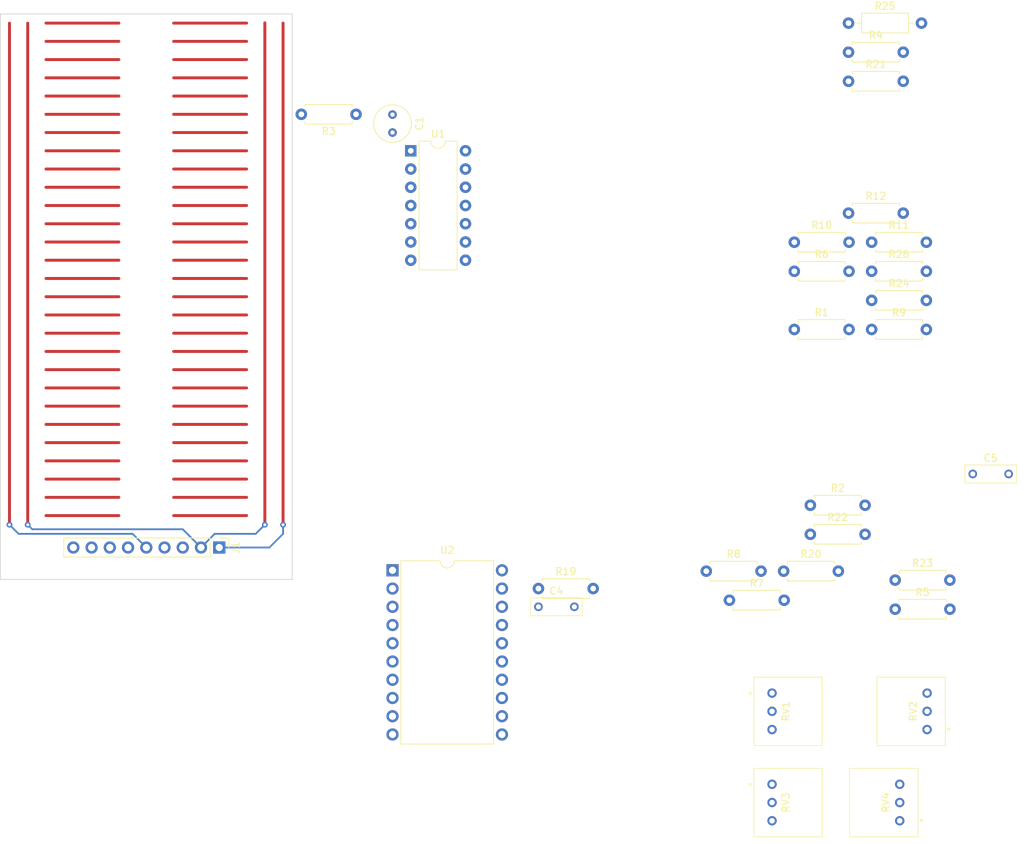
<source format=kicad_pcb>
(kicad_pcb (version 20211014) (generator pcbnew)
  (title_block (title "VCF Prototype - 2 Pole") (date "2022-04-08") (rev "1.0") (company "Len Popp") (comment 1 "Copyright © 2022 Len Popp CC BY") (comment 2 "2-pole lowpass VCF breadboard prototype"))
  (layers (0 "F.Cu" signal) (1 "In1.Cu" jumper "Wire1.Cu") (2 "In2.Cu" jumper "Wire2.Cu") (3 "In3.Cu" jumper "Wire3.Cu") (4 "In4.Cu" jumper "Wire4.Cu") (31 "B.Cu" signal) (34 "B.Paste" user) (35 "F.Paste" user) (36 "B.SilkS" user "B.Silkscreen") (37 "F.SilkS" user "F.Silkscreen") (38 "B.Mask" user) (39 "F.Mask" user) (44 "Edge.Cuts" user))
  (net 0 "")
  (net 1 "+12V")
  (net 2 "GND")
  (net 3 "-12V")
  (net 4 "Net-(C1-Pad2)")
  (net 5 "BUS-GATE")
  (net 6 "BUS-CV")
  (net 8 "IN-OUT-1")
  (net 9 "IN-OUT-2")
  (net 10 "Net-(C4-Pad1)")
  (net 11 "Net-(C5-Pad1)")
  (net 12 "unconnected-(J1-Pad2)")
  (net 13 "unconnected-(J1-Pad7)")
  (net 14 "Net-(R1-Pad1)")
  (net 15 "Net-(R1-Pad2)")
  (net 16 "Net-(R2-Pad1)")
  (net 17 "Net-(R4-Pad1)")
  (net 18 "Net-(R4-Pad2)")
  (net 19 "Net-(R11-Pad1)")
  (net 20 "Net-(R6-Pad2)")
  (net 21 "Net-(R7-Pad1)")
  (net 22 "Net-(R12-Pad1)")
  (net 23 "Net-(R8-Pad2)")
  (net 24 "Net-(R10-Pad1)")
  (net 25 "Net-(R11-Pad2)")
  (net 26 "Net-(R12-Pad2)")
  (net 27 "Net-(R20-Pad2)")
  (net 28 "Net-(R21-Pad1)")
  (net 29 "Net-(R22-Pad2)")
  (net 30 "Net-(R23-Pad2)")
  (net 31 "Net-(R26-Pad2)")
  (net 32 "Net-(RV4-Pad3)")
  (footprint "Connector_PinHeader_2.54mm:PinHeader_1x09_P2.54mm_Vertical" (layer "F.Cu") (at 113.03 98.425 -90)
    (fp_text reference "J1" (at 0 -2.33 90) (layer "F.SilkS"))
    (fp_text value "Conn_01x09")
    (fp_line (start -1.33 21.65) (end 1.33 21.65) (layer "F.SilkS") (width 0.12))
    (fp_line (start -1.33 1.27) (end -1.33 21.65) (layer "F.SilkS") (width 0.12))
    (fp_line (start 1.33 1.27) (end 1.33 21.65) (layer "F.SilkS") (width 0.12))
    (fp_line (start -1.33 -1.33) (end 0 -1.33) (layer "F.SilkS") (width 0.12))
    (fp_line (start -1.33 1.27) (end 1.33 1.27) (layer "F.SilkS") (width 0.12))
    (fp_line (start -1.33 0) (end -1.33 -1.33) (layer "F.SilkS") (width 0.12))
    (pad "1" thru_hole rect locked (at 0 0 270) (size 1.7 1.7) (drill 1) (layers *.Cu *.Mask) (net 3 "-12V"))
    (pad "2" thru_hole oval locked (at 0 2.54 270) (size 1.7 1.7) (drill 1) (layers *.Cu *.Mask) (net 12 "unconnected-(J1-Pad2)"))
    (pad "3" thru_hole oval locked (at 0 5.08 270) (size 1.7 1.7) (drill 1) (layers *.Cu *.Mask) (net 9 "IN-OUT-2"))
    (pad "4" thru_hole oval locked (at 0 7.62 270) (size 1.7 1.7) (drill 1) (layers *.Cu *.Mask) (net 8 "IN-OUT-1"))
    (pad "5" thru_hole oval locked (at 0 10.16 270) (size 1.7 1.7) (drill 1) (layers *.Cu *.Mask) (net 1 "+12V"))
    (pad "6" thru_hole oval locked (at 0 12.7 270) (size 1.7 1.7) (drill 1) (layers *.Cu *.Mask))
    (pad "7" thru_hole oval locked (at 0 15.24 270) (size 1.7 1.7) (drill 1) (layers *.Cu *.Mask) (net 13 "unconnected-(J1-Pad7)"))
    (pad "8" thru_hole oval locked (at 0 17.78 270) (size 1.7 1.7) (drill 1) (layers *.Cu *.Mask) (net 6 "BUS-CV"))
    (pad "9" thru_hole oval locked (at 0 20.32 270) (size 1.7 1.7) (drill 1) (layers *.Cu *.Mask) (net 5 "BUS-GATE"))
  )
  (footprint "-lmp-misc:R_Axial_DIN0207_L6.3mm_D2.5mm_P7.62mm_Horizontal" (layer "F.Cu") (at 207.156 107.013)
    (fp_text reference "R5" (at 3.81 -2.37) (layer "F.SilkS"))
    (fp_text value "100K")
    (fp_line (start 0.54 -1.04) (end 0.54 -1.37) (layer "F.SilkS") (width 0.12))
    (fp_line (start 0.54 -1.37) (end 7.08 -1.37) (layer "F.SilkS") (width 0.12))
    (fp_line (start 0.54 1.04) (end 0.54 1.37) (layer "F.SilkS") (width 0.12))
    (fp_line (start 7.08 1.37) (end 7.08 1.04) (layer "F.SilkS") (width 0.12))
    (fp_line (start 7.08 -1.37) (end 7.08 -1.04) (layer "F.SilkS") (width 0.12))
    (fp_line (start 0.54 1.37) (end 7.08 1.37) (layer "F.SilkS") (width 0.12))
    (pad "1" thru_hole circle locked (at 0 0) (size 1.6 1.6) (drill 0.8) (layers *.Cu *.Mask) (net 18 "Net-(R4-Pad2)"))
    (pad "2" thru_hole oval locked (at 7.62 0) (size 1.6 1.6) (drill 0.8) (layers *.Cu *.Mask) (net 19 "Net-(R11-Pad1)"))
  )
  (footprint "-lmp-misc:R_Axial_DIN0207_L6.3mm_D2.5mm_P7.62mm_Horizontal" (layer "F.Cu") (at 200.66 29.45)
    (fp_text reference "R4" (at 3.81 -2.37) (layer "F.SilkS"))
    (fp_text value "100K")
    (fp_line (start 7.08 -1.37) (end 7.08 -1.04) (layer "F.SilkS") (width 0.12))
    (fp_line (start 0.54 1.04) (end 0.54 1.37) (layer "F.SilkS") (width 0.12))
    (fp_line (start 7.08 1.37) (end 7.08 1.04) (layer "F.SilkS") (width 0.12))
    (fp_line (start 0.54 -1.04) (end 0.54 -1.37) (layer "F.SilkS") (width 0.12))
    (fp_line (start 0.54 -1.37) (end 7.08 -1.37) (layer "F.SilkS") (width 0.12))
    (fp_line (start 0.54 1.37) (end 7.08 1.37) (layer "F.SilkS") (width 0.12))
    (pad "1" thru_hole circle locked (at 0 0) (size 1.6 1.6) (drill 0.8) (layers *.Cu *.Mask) (net 17 "Net-(R4-Pad1)"))
    (pad "2" thru_hole oval locked (at 7.62 0) (size 1.6 1.6) (drill 0.8) (layers *.Cu *.Mask) (net 18 "Net-(R4-Pad2)"))
  )
  (footprint "-lmp-breakout:Breakout_DIP-20_W15.24mm" (layer "F.Cu") (at 137.16 101.6)
    (fp_text reference "U2" (at 7.62 -2.794) (layer "F.SilkS"))
    (fp_text value "SSI2140")
    (fp_line (start 6.62 -1.33) (end 1.16 -1.33) (layer "F.SilkS") (width 0.12))
    (fp_line (start 14.08 -1.33) (end 8.62 -1.33) (layer "F.SilkS") (width 0.12))
    (fp_line (start 14.08 24.19) (end 14.08 -1.33) (layer "F.SilkS") (width 0.12))
    (fp_line (start 1.16 24.19) (end 14.08 24.19) (layer "F.SilkS") (width 0.12))
    (fp_line (start 1.16 -1.33) (end 1.16 24.19) (layer "F.SilkS") (width 0.12))
    (fp_arc (start 8.62 -1.33) (mid 7.62 -0.33) (end 6.62 -1.33) (layer "F.SilkS") (width 0.12))
    (pad "1" thru_hole rect (at 0 0) (size 1.7 1.7) (drill 1) (layers *.Cu *.Mask))
    (pad "2" thru_hole circle (at 0 2.54) (size 1.7 1.7) (drill 1) (layers *.Cu *.Mask))
    (pad "3" thru_hole circle (at 0 5.08) (size 1.7 1.7) (drill 1) (layers *.Cu *.Mask))
    (pad "4" thru_hole circle (at 0 7.62) (size 1.7 1.7) (drill 1) (layers *.Cu *.Mask))
    (pad "5" thru_hole circle (at 0 10.16) (size 1.7 1.7) (drill 1) (layers *.Cu *.Mask))
    (pad "6" thru_hole circle (at 0 12.7) (size 1.7 1.7) (drill 1) (layers *.Cu *.Mask))
    (pad "7" thru_hole circle (at 0 15.24) (size 1.7 1.7) (drill 1) (layers *.Cu *.Mask) (net 32 "Net-(RV4-Pad3)"))
    (pad "8" thru_hole circle (at 0 17.78) (size 1.7 1.7) (drill 1) (layers *.Cu *.Mask) (net 32 "Net-(RV4-Pad3)"))
    (pad "9" thru_hole circle (at 0 20.32) (size 1.7 1.7) (drill 1) (layers *.Cu *.Mask) (net 26 "Net-(R12-Pad2)"))
    (pad "10" thru_hole circle (at 0 22.86) (size 1.7 1.7) (drill 1) (layers *.Cu *.Mask) (net 2 "GND"))
    (pad "11" thru_hole circle (at 15.24 22.86) (size 1.7 1.7) (drill 1) (layers *.Cu *.Mask) (net 3 "-12V"))
    (pad "12" thru_hole circle (at 15.24 20.32) (size 1.7 1.7) (drill 1) (layers *.Cu *.Mask) (net 25 "Net-(R11-Pad2)"))
    (pad "13" thru_hole circle (at 15.24 17.78) (size 1.7 1.7) (drill 1) (layers *.Cu *.Mask) (net 24 "Net-(R10-Pad1)"))
    (pad "14" thru_hole circle (at 15.24 15.24) (size 1.7 1.7) (drill 1) (layers *.Cu *.Mask) (net 31 "Net-(R26-Pad2)"))
    (pad "15" thru_hole circle (at 15.24 12.7) (size 1.7 1.7) (drill 1) (layers *.Cu *.Mask) (net 11 "Net-(C5-Pad1)"))
    (pad "16" thru_hole circle (at 15.24 10.16) (size 1.7 1.7) (drill 1) (layers *.Cu *.Mask) (net 29 "Net-(R22-Pad2)"))
    (pad "17" thru_hole circle (at 15.24 7.62) (size 1.7 1.7) (drill 1) (layers *.Cu *.Mask) (net 27 "Net-(R20-Pad2)"))
    (pad "18" thru_hole circle (at 15.24 5.08) (size 1.7 1.7) (drill 1) (layers *.Cu *.Mask) (net 10 "Net-(C4-Pad1)"))
    (pad "19" thru_hole circle (at 15.24 2.54) (size 1.7 1.7) (drill 1) (layers *.Cu *.Mask) (net 26 "Net-(R12-Pad2)"))
    (pad "20" thru_hole circle (at 15.24 0) (size 1.7 1.7) (drill 1) (layers *.Cu *.Mask) (net 1 "+12V"))
  )
  (footprint "-lmp-misc:R_Axial_DIN0207_L6.3mm_D2.5mm_P7.62mm_Horizontal" (layer "F.Cu") (at 203.88 68.06)
    (fp_text reference "R9" (at 3.81 -2.37) (layer "F.SilkS"))
    (fp_text value "16K")
    (fp_line (start 7.08 -1.37) (end 7.08 -1.04) (layer "F.SilkS") (width 0.12))
    (fp_line (start 0.54 -1.37) (end 7.08 -1.37) (layer "F.SilkS") (width 0.12))
    (fp_line (start 0.54 1.37) (end 7.08 1.37) (layer "F.SilkS") (width 0.12))
    (fp_line (start 0.54 -1.04) (end 0.54 -1.37) (layer "F.SilkS") (width 0.12))
    (fp_line (start 7.08 1.37) (end 7.08 1.04) (layer "F.SilkS") (width 0.12))
    (fp_line (start 0.54 1.04) (end 0.54 1.37) (layer "F.SilkS") (width 0.12))
    (pad "1" thru_hole circle locked (at 0 0) (size 1.6 1.6) (drill 0.8) (layers *.Cu *.Mask) (net 22 "Net-(R12-Pad1)"))
    (pad "2" thru_hole oval locked (at 7.62 0) (size 1.6 1.6) (drill 0.8) (layers *.Cu *.Mask) (net 24 "Net-(R10-Pad1)"))
  )
  (footprint "Package_DIP:DIP-14_W7.62mm" (layer "F.Cu") (at 139.7 43.18)
    (fp_text reference "U1" (at 3.81 -2.33) (layer "F.SilkS"))
    (fp_text value "TL074")
    (fp_line (start 1.16 16.57) (end 6.46 16.57) (layer "F.SilkS") (width 0.12))
    (fp_line (start 1.16 -1.33) (end 1.16 16.57) (layer "F.SilkS") (width 0.12))
    (fp_line (start 2.81 -1.33) (end 1.16 -1.33) (layer "F.SilkS") (width 0.12))
    (fp_line (start 6.46 16.57) (end 6.46 -1.33) (layer "F.SilkS") (width 0.12))
    (fp_line (start 6.46 -1.33) (end 4.81 -1.33) (layer "F.SilkS") (width 0.12))
    (fp_arc (start 4.81 -1.33) (mid 3.81 -0.33) (end 2.81 -1.33) (layer "F.SilkS") (width 0.12))
    (pad "1" thru_hole rect (at 0 0) (size 1.6 1.6) (drill 0.8) (layers *.Cu *.Mask) (net 21 "Net-(R7-Pad1)"))
    (pad "2" thru_hole oval (at 0 2.54) (size 1.6 1.6) (drill 0.8) (layers *.Cu *.Mask) (net 21 "Net-(R7-Pad1)"))
    (pad "3" thru_hole oval (at 0 5.08) (size 1.6 1.6) (drill 0.8) (layers *.Cu *.Mask) (net 4 "Net-(C1-Pad2)"))
    (pad "4" thru_hole oval (at 0 7.62) (size 1.6 1.6) (drill 0.8) (layers *.Cu *.Mask) (net 1 "+12V"))
    (pad "5" thru_hole oval (at 0 10.16) (size 1.6 1.6) (drill 0.8) (layers *.Cu *.Mask) (net 2 "GND"))
    (pad "6" thru_hole oval (at 0 12.7) (size 1.6 1.6) (drill 0.8) (layers *.Cu *.Mask) (net 18 "Net-(R4-Pad2)"))
    (pad "7" thru_hole oval (at 0 15.24) (size 1.6 1.6) (drill 0.8) (layers *.Cu *.Mask) (net 19 "Net-(R11-Pad1)"))
    (pad "8" thru_hole oval (at 7.62 15.24) (size 1.6 1.6) (drill 0.8) (layers *.Cu *.Mask) (net 20 "Net-(R6-Pad2)"))
    (pad "9" thru_hole oval (at 7.62 12.7) (size 1.6 1.6) (drill 0.8) (layers *.Cu *.Mask) (net 15 "Net-(R1-Pad2)"))
    (pad "10" thru_hole oval (at 7.62 10.16) (size 1.6 1.6) (drill 0.8) (layers *.Cu *.Mask) (net 2 "GND"))
    (pad "11" thru_hole oval (at 7.62 7.62) (size 1.6 1.6) (drill 0.8) (layers *.Cu *.Mask) (net 3 "-12V"))
    (pad "12" thru_hole oval (at 7.62 5.08) (size 1.6 1.6) (drill 0.8) (layers *.Cu *.Mask) (net 31 "Net-(R26-Pad2)"))
    (pad "13" thru_hole oval (at 7.62 2.54) (size 1.6 1.6) (drill 0.8) (layers *.Cu *.Mask) (net 28 "Net-(R21-Pad1)"))
    (pad "14" thru_hole oval (at 7.62 0) (size 1.6 1.6) (drill 0.8) (layers *.Cu *.Mask) (net 30 "Net-(R23-Pad2)"))
  )
  (footprint "-lmp-misc:R_Axial_DIN0207_L6.3mm_D2.5mm_P10.16mm_Horizontal" (layer "F.Cu") (at 200.66 25.4)
    (fp_text reference "R25" (at 5.08 -2.37) (layer "F.SilkS"))
    (fp_text value "1K")
    (fp_line (start 8.35 1.37) (end 8.35 -1.37) (layer "F.SilkS") (width 0.12))
    (fp_line (start 8.35 -1.37) (end 1.81 -1.37) (layer "F.SilkS") (width 0.12))
    (fp_line (start 1.81 -1.37) (end 1.81 1.37) (layer "F.SilkS") (width 0.12))
    (fp_line (start 9.12 0) (end 8.35 0) (layer "F.SilkS") (width 0.12))
    (fp_line (start 1.04 0) (end 1.81 0) (layer "F.SilkS") (width 0.12))
    (fp_line (start 1.81 1.37) (end 8.35 1.37) (layer "F.SilkS") (width 0.12))
    (pad "1" thru_hole circle locked (at 0 0) (size 1.6 1.6) (drill 0.8) (layers *.Cu *.Mask) (net 30 "Net-(R23-Pad2)"))
    (pad "2" thru_hole oval locked (at 10.16 0) (size 1.6 1.6) (drill 0.8) (layers *.Cu *.Mask) (net 9 "IN-OUT-2"))
  )
  (footprint "-lmp-misc:R_Axial_DIN0207_L6.3mm_D2.5mm_P7.62mm_Horizontal" (layer "F.Cu") (at 180.855 101.715)
    (fp_text reference "R8" (at 3.81 -2.37) (layer "F.SilkS"))
    (fp_text value "49K9")
    (fp_line (start 7.08 -1.37) (end 7.08 -1.04) (layer "F.SilkS") (width 0.12))
    (fp_line (start 0.54 -1.37) (end 7.08 -1.37) (layer "F.SilkS") (width 0.12))
    (fp_line (start 0.54 1.04) (end 0.54 1.37) (layer "F.SilkS") (width 0.12))
    (fp_line (start 0.54 1.37) (end 7.08 1.37) (layer "F.SilkS") (width 0.12))
    (fp_line (start 7.08 1.37) (end 7.08 1.04) (layer "F.SilkS") (width 0.12))
    (fp_line (start 0.54 -1.04) (end 0.54 -1.37) (layer "F.SilkS") (width 0.12))
    (pad "1" thru_hole circle locked (at 0 0) (size 1.6 1.6) (drill 0.8) (layers *.Cu *.Mask) (net 20 "Net-(R6-Pad2)"))
    (pad "2" thru_hole oval locked (at 7.62 0) (size 1.6 1.6) (drill 0.8) (layers *.Cu *.Mask) (net 23 "Net-(R8-Pad2)"))
  )
  (footprint "-lmp-misc:R_Axial_DIN0207_L6.3mm_D2.5mm_P7.62mm_Horizontal" (layer "F.Cu") (at 195.345 92.535)
    (fp_text reference "R2" (at 3.81 -2.37) (layer "F.SilkS"))
    (fp_text value "150K")
    (fp_line (start 0.54 -1.04) (end 0.54 -1.37) (layer "F.SilkS") (width 0.12))
    (fp_line (start 0.54 1.37) (end 7.08 1.37) (layer "F.SilkS") (width 0.12))
    (fp_line (start 0.54 -1.37) (end 7.08 -1.37) (layer "F.SilkS") (width 0.12))
    (fp_line (start 7.08 -1.37) (end 7.08 -1.04) (layer "F.SilkS") (width 0.12))
    (fp_line (start 7.08 1.37) (end 7.08 1.04) (layer "F.SilkS") (width 0.12))
    (fp_line (start 0.54 1.04) (end 0.54 1.37) (layer "F.SilkS") (width 0.12))
    (pad "1" thru_hole circle locked (at 0 0) (size 1.6 1.6) (drill 0.8) (layers *.Cu *.Mask) (net 16 "Net-(R2-Pad1)"))
    (pad "2" thru_hole oval locked (at 7.62 0) (size 1.6 1.6) (drill 0.8) (layers *.Cu *.Mask) (net 15 "Net-(R1-Pad2)"))
  )
  (footprint "-lmp-misc:Potentiometer_Bourns_3310R_Top" (layer "F.Cu") (at 191.936 133.937 90)
    (fp_text reference "RV3" (at 0 0 90) (layer "F.SilkS"))
    (fp_text value "100K" hide)
    (fp_line (start -4.765 -4.465) (end 4.765 -4.465) (layer "F.SilkS") (width 0.1))
    (fp_line (start 4.765 5.065) (end -4.765 5.065) (layer "F.SilkS") (width 0.1))
    (fp_line (start 4.765 -4.465) (end 4.765 5.065) (layer "F.SilkS") (width 0.1))
    (fp_line (start 2.6 -4.965) (end 2.6 -4.965) (layer "F.SilkS") (width 0.2))
    (fp_line (start 2.4 -4.965) (end 2.4 -4.965) (layer "F.SilkS") (width 0.2))
    (fp_line (start -4.765 5.065) (end -4.765 -4.465) (layer "F.SilkS") (width 0.1))
    (fp_arc (start 2.6 -4.965) (mid 2.5 -4.865) (end 2.4 -4.965) (layer "F.SilkS") (width 0.2))
    (fp_arc (start 2.4 -4.965) (mid 2.5 -5.065) (end 2.6 -4.965) (layer "F.SilkS") (width 0.2))
    (pad "1" thru_hole circle (at 2.54 -1.925 90) (size 1.302857 1.302857) (drill 0.76) (layers *.Cu *.Mask) (net 2 "GND"))
    (pad "2" thru_hole circle (at 0 -1.925 90) (size 1.302857 1.302857) (drill 0.76) (layers *.Cu *.Mask) (net 17 "Net-(R4-Pad1)"))
    (pad "3" thru_hole circle (at -2.54 -1.925 90) (size 1.302857 1.302857) (drill 0.76) (layers *.Cu *.Mask) (net 1 "+12V"))
  )
  (footprint "-lmp-misc:R_Axial_DIN0207_L6.3mm_D2.5mm_P7.62mm_Horizontal" (layer "F.Cu") (at 207.156 102.963)
    (fp_text reference "R23" (at 3.81 -2.37) (layer "F.SilkS"))
    (fp_text value "30K")
    (fp_line (start 7.08 1.37) (end 7.08 1.04) (layer "F.SilkS") (width 0.12))
    (fp_line (start 0.54 -1.37) (end 7.08 -1.37) (layer "F.SilkS") (width 0.12))
    (fp_line (start 0.54 1.04) (end 0.54 1.37) (layer "F.SilkS") (width 0.12))
    (fp_line (start 7.08 -1.37) (end 7.08 -1.04) (layer "F.SilkS") (width 0.12))
    (fp_line (start 0.54 -1.04) (end 0.54 -1.37) (layer "F.SilkS") (width 0.12))
    (fp_line (start 0.54 1.37) (end 7.08 1.37) (layer "F.SilkS") (width 0.12))
    (pad "1" thru_hole circle locked (at 0 0) (size 1.6 1.6) (drill 0.8) (layers *.Cu *.Mask) (net 28 "Net-(R21-Pad1)"))
    (pad "2" thru_hole oval locked (at 7.62 0) (size 1.6 1.6) (drill 0.8) (layers *.Cu *.Mask) (net 30 "Net-(R23-Pad2)"))
  )
  (footprint "-lmp-misc:R_Axial_DIN0207_L6.3mm_D2.5mm_P7.62mm_Horizontal" (layer "F.Cu") (at 203.88 55.91)
    (fp_text reference "R11" (at 3.81 -2.37) (layer "F.SilkS"))
    (fp_text value "20K")
    (fp_line (start 7.08 1.37) (end 7.08 1.04) (layer "F.SilkS") (width 0.12))
    (fp_line (start 0.54 1.37) (end 7.08 1.37) (layer "F.SilkS") (width 0.12))
    (fp_line (start 0.54 1.04) (end 0.54 1.37) (layer "F.SilkS") (width 0.12))
    (fp_line (start 0.54 -1.04) (end 0.54 -1.37) (layer "F.SilkS") (width 0.12))
    (fp_line (start 7.08 -1.37) (end 7.08 -1.04) (layer "F.SilkS") (width 0.12))
    (fp_line (start 0.54 -1.37) (end 7.08 -1.37) (layer "F.SilkS") (width 0.12))
    (pad "1" thru_hole circle locked (at 0 0) (size 1.6 1.6) (drill 0.8) (layers *.Cu *.Mask) (net 19 "Net-(R11-Pad1)"))
    (pad "2" thru_hole oval locked (at 7.62 0) (size 1.6 1.6) (drill 0.8) (layers *.Cu *.Mask) (net 25 "Net-(R11-Pad2)"))
  )
  (footprint "-lmp-misc:R_Axial_DIN0207_L6.3mm_D2.5mm_P7.62mm_Horizontal" (layer "F.Cu") (at 193.11 59.96)
    (fp_text reference "R6" (at 3.81 -2.37) (layer "F.SilkS"))
    (fp_text value "100K")
    (fp_line (start 0.54 -1.37) (end 7.08 -1.37) (layer "F.SilkS") (width 0.12))
    (fp_line (start 0.54 1.37) (end 7.08 1.37) (layer "F.SilkS") (width 0.12))
    (fp_line (start 7.08 1.37) (end 7.08 1.04) (layer "F.SilkS") (width 0.12))
    (fp_line (start 0.54 -1.04) (end 0.54 -1.37) (layer "F.SilkS") (width 0.12))
    (fp_line (start 7.08 -1.37) (end 7.08 -1.04) (layer "F.SilkS") (width 0.12))
    (fp_line (start 0.54 1.04) (end 0.54 1.37) (layer "F.SilkS") (width 0.12))
    (pad "1" thru_hole circle locked (at 0 0) (size 1.6 1.6) (drill 0.8) (layers *.Cu *.Mask) (net 15 "Net-(R1-Pad2)"))
    (pad "2" thru_hole oval locked (at 7.62 0) (size 1.6 1.6) (drill 0.8) (layers *.Cu *.Mask) (net 20 "Net-(R6-Pad2)"))
  )
  (footprint "-lmp-misc:C_Rect_Kemet_L7.2mm_W2.5mm_P5mm" (layer "F.Cu") (at 157.48 106.68)
    (fp_text reference "C4" (at 2.5 -2.2) (layer "F.SilkS"))
    (fp_text value "1N" hide)
    (fp_line (start 6.1 -1.25) (end 6.1 1.25) (layer "F.SilkS") (width 0.1))
    (fp_line (start -1.1 1.25) (end -1.1 -1.25) (layer "F.SilkS") (width 0.1))
    (fp_line (start -1.1 -1.25) (end 6.1 -1.25) (layer "F.SilkS") (width 0.1))
    (fp_line (start 6.1 1.25) (end -1.1 1.25) (layer "F.SilkS") (width 0.1))
    (pad "1" thru_hole circle locked (at 0 0) (size 1.2 1.2) (drill 0.7) (layers *.Cu *.Mask) (net 10 "Net-(C4-Pad1)"))
    (pad "2" thru_hole circle locked (at 5 0) (size 1.2 1.2) (drill 0.7) (layers *.Cu *.Mask) (net 2 "GND"))
  )
  (footprint "-lmp-misc:R_Axial_DIN0207_L6.3mm_D2.5mm_P7.62mm_Horizontal" (layer "F.Cu") (at 195.345 96.585)
    (fp_text reference "R22" (at 3.81 -2.37) (layer "F.SilkS"))
    (fp_text value "10K")
    (fp_line (start 0.54 -1.37) (end 7.08 -1.37) (layer "F.SilkS") (width 0.12))
    (fp_line (start 0.54 1.04) (end 0.54 1.37) (layer "F.SilkS") (width 0.12))
    (fp_line (start 7.08 -1.37) (end 7.08 -1.04) (layer "F.SilkS") (width 0.12))
    (fp_line (start 7.08 1.37) (end 7.08 1.04) (layer "F.SilkS") (width 0.12))
    (fp_line (start 0.54 -1.04) (end 0.54 -1.37) (layer "F.SilkS") (width 0.12))
    (fp_line (start 0.54 1.37) (end 7.08 1.37) (layer "F.SilkS") (width 0.12))
    (pad "1" thru_hole circle locked (at 0 0) (size 1.6 1.6) (drill 0.8) (layers *.Cu *.Mask) (net 27 "Net-(R20-Pad2)"))
    (pad "2" thru_hole oval locked (at 7.62 0) (size 1.6 1.6) (drill 0.8) (layers *.Cu *.Mask) (net 29 "Net-(R22-Pad2)"))
  )
  (footprint "-lmp-misc:Potentiometer_Bourns_3310R_Top" (layer "F.Cu") (at 205.866 133.937 -90)
    (fp_text reference "RV4" (at 0 0 90) (layer "F.SilkS"))
    (fp_text value "10K" hide)
    (fp_line (start -4.765 -4.465) (end 4.765 -4.465) (layer "F.SilkS") (width 0.1))
    (fp_line (start 4.765 5.065) (end -4.765 5.065) (layer "F.SilkS") (width 0.1))
    (fp_line (start 2.4 -4.965) (end 2.4 -4.965) (layer "F.SilkS") (width 0.2))
    (fp_line (start -4.765 5.065) (end -4.765 -4.465) (layer "F.SilkS") (width 0.1))
    (fp_line (start 2.6 -4.965) (end 2.6 -4.965) (layer "F.SilkS") (width 0.2))
    (fp_line (start 4.765 -4.465) (end 4.765 5.065) (layer "F.SilkS") (width 0.1))
    (fp_arc (start 2.4 -4.965) (mid 2.5 -5.065) (end 2.6 -4.965) (layer "F.SilkS") (width 0.2))
    (fp_arc (start 2.6 -4.965) (mid 2.5 -4.865) (end 2.4 -4.965) (layer "F.SilkS") (width 0.2))
    (pad "1" thru_hole circle (at 2.54 -1.925 270) (size 1.302857 1.302857) (drill 0.76) (layers *.Cu *.Mask) (net 23 "Net-(R8-Pad2)"))
    (pad "2" thru_hole circle (at 0 -1.925 270) (size 1.302857 1.302857) (drill 0.76) (layers *.Cu *.Mask) (net 23 "Net-(R8-Pad2)"))
    (pad "3" thru_hole circle (at -2.54 -1.925 270) (size 1.302857 1.302857) (drill 0.76) (layers *.Cu *.Mask) (net 32 "Net-(RV4-Pad3)"))
  )
  (footprint "-lmp-misc:R_Axial_DIN0207_L6.3mm_D2.5mm_P7.62mm_Horizontal" (layer "F.Cu") (at 203.88 64.01)
    (fp_text reference "R24" (at 3.81 -2.37) (layer "F.SilkS"))
    (fp_text value "200R")
    (fp_line (start 0.54 1.37) (end 7.08 1.37) (layer "F.SilkS") (width 0.12))
    (fp_line (start 0.54 1.04) (end 0.54 1.37) (layer "F.SilkS") (width 0.12))
    (fp_line (start 7.08 -1.37) (end 7.08 -1.04) (layer "F.SilkS") (width 0.12))
    (fp_line (start 7.08 1.37) (end 7.08 1.04) (layer "F.SilkS") (width 0.12))
    (fp_line (start 0.54 -1.04) (end 0.54 -1.37) (layer "F.SilkS") (width 0.12))
    (fp_line (start 0.54 -1.37) (end 7.08 -1.37) (layer "F.SilkS") (width 0.12))
    (pad "1" thru_hole circle locked (at 0 0) (size 1.6 1.6) (drill 0.8) (layers *.Cu *.Mask) (net 29 "Net-(R22-Pad2)"))
    (pad "2" thru_hole oval locked (at 7.62 0) (size 1.6 1.6) (drill 0.8) (layers *.Cu *.Mask) (net 2 "GND"))
  )
  (footprint "-lmp-misc:Potentiometer_Bourns_3310R_Top" (layer "F.Cu") (at 191.936 121.237 90)
    (fp_text reference "RV1" (at 0 0 90) (layer "F.SilkS"))
    (fp_text value "100K" hide)
    (fp_line (start 2.6 -4.965) (end 2.6 -4.965) (layer "F.SilkS") (width 0.2))
    (fp_line (start -4.765 -4.465) (end 4.765 -4.465) (layer "F.SilkS") (width 0.1))
    (fp_line (start 4.765 5.065) (end -4.765 5.065) (layer "F.SilkS") (width 0.1))
    (fp_line (start -4.765 5.065) (end -4.765 -4.465) (layer "F.SilkS") (width 0.1))
    (fp_line (start 2.4 -4.965) (end 2.4 -4.965) (layer "F.SilkS") (width 0.2))
    (fp_line (start 4.765 -4.465) (end 4.765 5.065) (layer "F.SilkS") (width 0.1))
    (fp_arc (start 2.4 -4.965) (mid 2.5 -5.065) (end 2.6 -4.965) (layer "F.SilkS") (width 0.2))
    (fp_arc (start 2.6 -4.965) (mid 2.5 -4.865) (end 2.4 -4.965) (layer "F.SilkS") (width 0.2))
    (pad "1" thru_hole circle (at 2.54 -1.925 90) (size 1.302857 1.302857) (drill 0.76) (layers *.Cu *.Mask) (net 2 "GND"))
    (pad "2" thru_hole circle (at 0 -1.925 90) (size 1.302857 1.302857) (drill 0.76) (layers *.Cu *.Mask) (net 14 "Net-(R1-Pad1)"))
    (pad "3" thru_hole circle (at -2.54 -1.925 90) (size 1.302857 1.302857) (drill 0.76) (layers *.Cu *.Mask) (net 1 "+12V"))
  )
  (footprint "-lmp-misc:R_Axial_DIN0207_L6.3mm_D2.5mm_P7.62mm_Horizontal" (layer "F.Cu") (at 191.625 101.715)
    (fp_text reference "R20" (at 3.81 -2.37) (layer "F.SilkS"))
    (fp_text value "10K")
    (fp_line (start 0.54 1.37) (end 7.08 1.37) (layer "F.SilkS") (width 0.12))
    (fp_line (start 7.08 1.37) (end 7.08 1.04) (layer "F.SilkS") (width 0.12))
    (fp_line (start 0.54 1.04) (end 0.54 1.37) (layer "F.SilkS") (width 0.12))
    (fp_line (start 7.08 -1.37) (end 7.08 -1.04) (layer "F.SilkS") (width 0.12))
    (fp_line (start 0.54 -1.04) (end 0.54 -1.37) (layer "F.SilkS") (width 0.12))
    (fp_line (start 0.54 -1.37) (end 7.08 -1.37) (layer "F.SilkS") (width 0.12))
    (pad "1" thru_hole circle locked (at 0 0) (size 1.6 1.6) (drill 0.8) (layers *.Cu *.Mask) (net 26 "Net-(R12-Pad2)"))
    (pad "2" thru_hole oval locked (at 7.62 0) (size 1.6 1.6) (drill 0.8) (layers *.Cu *.Mask) (net 27 "Net-(R20-Pad2)"))
  )
  (footprint "-lmp-misc:C_Rect_Kemet_L7.2mm_W2.5mm_P5mm" (layer "F.Cu") (at 217.96 88.18)
    (fp_text reference "C5" (at 2.5 -2.2) (layer "F.SilkS"))
    (fp_text value "1N" hide)
    (fp_line (start 6.1 -1.25) (end 6.1 1.25) (layer "F.SilkS") (width 0.1))
    (fp_line (start -1.1 1.25) (end -1.1 -1.25) (layer "F.SilkS") (width 0.1))
    (fp_line (start 6.1 1.25) (end -1.1 1.25) (layer "F.SilkS") (width 0.1))
    (fp_line (start -1.1 -1.25) (end 6.1 -1.25) (layer "F.SilkS") (width 0.1))
    (pad "1" thru_hole circle locked (at 0 0) (size 1.2 1.2) (drill 0.7) (layers *.Cu *.Mask) (net 11 "Net-(C5-Pad1)"))
    (pad "2" thru_hole circle locked (at 5 0) (size 1.2 1.2) (drill 0.7) (layers *.Cu *.Mask) (net 2 "GND"))
  )
  (footprint "-lmp-misc:R_Axial_DIN0207_L6.3mm_D2.5mm_P7.62mm_Horizontal" (layer "F.Cu") (at 193.11 55.91)
    (fp_text reference "R10" (at 3.81 -2.37) (layer "F.SilkS"))
    (fp_text value "1K")
    (fp_line (start 0.54 1.04) (end 0.54 1.37) (layer "F.SilkS") (width 0.12))
    (fp_line (start 7.08 1.37) (end 7.08 1.04) (layer "F.SilkS") (width 0.12))
    (fp_line (start 0.54 1.37) (end 7.08 1.37) (layer "F.SilkS") (width 0.12))
    (fp_line (start 0.54 -1.04) (end 0.54 -1.37) (layer "F.SilkS") (width 0.12))
    (fp_line (start 0.54 -1.37) (end 7.08 -1.37) (layer "F.SilkS") (width 0.12))
    (fp_line (start 7.08 -1.37) (end 7.08 -1.04) (layer "F.SilkS") (width 0.12))
    (pad "1" thru_hole circle locked (at 0 0) (size 1.6 1.6) (drill 0.8) (layers *.Cu *.Mask) (net 24 "Net-(R10-Pad1)"))
    (pad "2" thru_hole oval locked (at 7.62 0) (size 1.6 1.6) (drill 0.8) (layers *.Cu *.Mask) (net 2 "GND"))
  )
  (footprint "-lmp-misc:R_Axial_DIN0207_L6.3mm_D2.5mm_P7.62mm_Horizontal" (layer "F.Cu") (at 157.48 104.14)
    (fp_text reference "R19" (at 3.81 -2.37) (layer "F.SilkS"))
    (fp_text value "200R")
    (fp_line (start 7.08 -1.37) (end 7.08 -1.04) (layer "F.SilkS") (width 0.12))
    (fp_line (start 0.54 1.37) (end 7.08 1.37) (layer "F.SilkS") (width 0.12))
    (fp_line (start 0.54 -1.04) (end 0.54 -1.37) (layer "F.SilkS") (width 0.12))
    (fp_line (start 7.08 1.37) (end 7.08 1.04) (layer "F.SilkS") (width 0.12))
    (fp_line (start 0.54 -1.37) (end 7.08 -1.37) (layer "F.SilkS") (width 0.12))
    (fp_line (start 0.54 1.04) (end 0.54 1.37) (layer "F.SilkS") (width 0.12))
    (pad "1" thru_hole circle locked (at 0 0) (size 1.6 1.6) (drill 0.8) (layers *.Cu *.Mask) (net 26 "Net-(R12-Pad2)"))
    (pad "2" thru_hole oval locked (at 7.62 0) (size 1.6 1.6) (drill 0.8) (layers *.Cu *.Mask) (net 2 "GND"))
  )
  (footprint "-lmp-misc:Potentiometer_Bourns_3310R_Top" (layer "F.Cu") (at 209.676 121.237 -90)
    (fp_text reference "RV2" (at 0 0 90) (layer "F.SilkS"))
    (fp_text value "10K" hide)
    (fp_line (start -4.765 -4.465) (end 4.765 -4.465) (layer "F.SilkS") (width 0.1))
    (fp_line (start 4.765 -4.465) (end 4.765 5.065) (layer "F.SilkS") (width 0.1))
    (fp_line (start 2.6 -4.965) (end 2.6 -4.965) (layer "F.SilkS") (width 0.2))
    (fp_line (start 2.4 -4.965) (end 2.4 -4.965) (layer "F.SilkS") (width 0.2))
    (fp_line (start -4.765 5.065) (end -4.765 -4.465) (layer "F.SilkS") (width 0.1))
    (fp_line (start 4.765 5.065) (end -4.765 5.065) (layer "F.SilkS") (width 0.1))
    (fp_arc (start 2.4 -4.965) (mid 2.5 -5.065) (end 2.6 -4.965) (layer "F.SilkS") (width 0.2))
    (fp_arc (start 2.6 -4.965) (mid 2.5 -4.865) (end 2.4 -4.965) (layer "F.SilkS") (width 0.2))
    (pad "1" thru_hole circle (at 2.54 -1.925 270) (size 1.302857 1.302857) (drill 0.76) (layers *.Cu *.Mask) (net 3 "-12V"))
    (pad "2" thru_hole circle (at 0 -1.925 270) (size 1.302857 1.302857) (drill 0.76) (layers *.Cu *.Mask) (net 3 "-12V"))
    (pad "3" thru_hole circle (at -2.54 -1.925 270) (size 1.302857 1.302857) (drill 0.76) (layers *.Cu *.Mask) (net 16 "Net-(R2-Pad1)"))
  )
  (footprint "-lmp-misc:R_Axial_DIN0207_L6.3mm_D2.5mm_P7.62mm_Horizontal" (layer "F.Cu") (at 200.66 51.86)
    (fp_text reference "R12" (at 3.81 -2.37) (layer "F.SilkS"))
    (fp_text value "10K")
    (fp_line (start 0.54 -1.37) (end 7.08 -1.37) (layer "F.SilkS") (width 0.12))
    (fp_line (start 0.54 1.37) (end 7.08 1.37) (layer "F.SilkS") (width 0.12))
    (fp_line (start 7.08 -1.37) (end 7.08 -1.04) (layer "F.SilkS") (width 0.12))
    (fp_line (start 7.08 1.37) (end 7.08 1.04) (layer "F.SilkS") (width 0.12))
    (fp_line (start 0.54 1.04) (end 0.54 1.37) (layer "F.SilkS") (width 0.12))
    (fp_line (start 0.54 -1.04) (end 0.54 -1.37) (layer "F.SilkS") (width 0.12))
    (pad "1" thru_hole circle locked (at 0 0) (size 1.6 1.6) (drill 0.8) (layers *.Cu *.Mask) (net 22 "Net-(R12-Pad1)"))
    (pad "2" thru_hole oval locked (at 7.62 0) (size 1.6 1.6) (drill 0.8) (layers *.Cu *.Mask) (net 26 "Net-(R12-Pad2)"))
  )
  (footprint "-lmp-misc:R_Axial_DIN0207_L6.3mm_D2.5mm_P7.62mm_Horizontal" (layer "F.Cu") (at 184.075 105.765)
    (fp_text reference "R7" (at 3.81 -2.37) (layer "F.SilkS"))
    (fp_text value "24K")
    (fp_line (start 0.54 -1.04) (end 0.54 -1.37) (layer "F.SilkS") (width 0.12))
    (fp_line (start 7.08 1.37) (end 7.08 1.04) (layer "F.SilkS") (width 0.12))
    (fp_line (start 7.08 -1.37) (end 7.08 -1.04) (layer "F.SilkS") (width 0.12))
    (fp_line (start 0.54 1.37) (end 7.08 1.37) (layer "F.SilkS") (width 0.12))
    (fp_line (start 0.54 1.04) (end 0.54 1.37) (layer "F.SilkS") (width 0.12))
    (fp_line (start 0.54 -1.37) (end 7.08 -1.37) (layer "F.SilkS") (width 0.12))
    (pad "1" thru_hole circle locked (at 0 0) (size 1.6 1.6) (drill 0.8) (layers *.Cu *.Mask) (net 21 "Net-(R7-Pad1)"))
    (pad "2" thru_hole oval locked (at 7.62 0) (size 1.6 1.6) (drill 0.8) (layers *.Cu *.Mask) (net 22 "Net-(R12-Pad1)"))
  )
  (footprint "-lmp-misc:R_Axial_DIN0207_L6.3mm_D2.5mm_P7.62mm_Horizontal" (layer "F.Cu") (at 200.66 33.5)
    (fp_text reference "R21" (at 3.81 -2.37) (layer "F.SilkS"))
    (fp_text value "120K")
    (fp_line (start 0.54 1.04) (end 0.54 1.37) (layer "F.SilkS") (width 0.12))
    (fp_line (start 7.08 1.37) (end 7.08 1.04) (layer "F.SilkS") (width 0.12))
    (fp_line (start 0.54 -1.37) (end 7.08 -1.37) (layer "F.SilkS") (width 0.12))
    (fp_line (start 0.54 -1.04) (end 0.54 -1.37) (layer "F.SilkS") (width 0.12))
    (fp_line (start 0.54 1.37) (end 7.08 1.37) (layer "F.SilkS") (width 0.12))
    (fp_line (start 7.08 -1.37) (end 7.08 -1.04) (layer "F.SilkS") (width 0.12))
    (pad "1" thru_hole circle locked (at 0 0) (size 1.6 1.6) (drill 0.8) (layers *.Cu *.Mask) (net 28 "Net-(R21-Pad1)"))
    (pad "2" thru_hole oval locked (at 7.62 0) (size 1.6 1.6) (drill 0.8) (layers *.Cu *.Mask) (net 2 "GND"))
  )
  (footprint "-lmp-misc:C_Radial_D5.0mm_H5.0mm_P2.50mm" (layer "F.Cu") (at 137.16 38.14 -90)
    (fp_text reference "C1" (at 1.25 -3.75 90) (layer "F.SilkS"))
    (fp_text value "CNP_10U")
    (fp_circle (center 1.25 0) (end 3.87 0) (layer "F.SilkS") (width 0.12) (fill none))
    (pad "1" thru_hole circle locked (at 0 0 270) (size 1.2 1.2) (drill 0.6) (layers *.Cu *.Mask) (net 8 "IN-OUT-1"))
    (pad "2" thru_hole circle locked (at 2.5 0 270) (size 1.2 1.2) (drill 0.6) (layers *.Cu *.Mask) (net 4 "Net-(C1-Pad2)"))
  )
  (footprint "-lmp-misc:R_Axial_DIN0207_L6.3mm_D2.5mm_P7.62mm_Horizontal" (layer "F.Cu") (at 203.88 59.96)
    (fp_text reference "R26" (at 3.81 -2.37) (layer "F.SilkS"))
    (fp_text value "10K")
    (fp_line (start 7.08 1.37) (end 7.08 1.04) (layer "F.SilkS") (width 0.12))
    (fp_line (start 0.54 1.04) (end 0.54 1.37) (layer "F.SilkS") (width 0.12))
    (fp_line (start 0.54 -1.37) (end 7.08 -1.37) (layer "F.SilkS") (width 0.12))
    (fp_line (start 0.54 -1.04) (end 0.54 -1.37) (layer "F.SilkS") (width 0.12))
    (fp_line (start 7.08 -1.37) (end 7.08 -1.04) (layer "F.SilkS") (width 0.12))
    (fp_line (start 0.54 1.37) (end 7.08 1.37) (layer "F.SilkS") (width 0.12))
    (pad "1" thru_hole circle locked (at 0 0) (size 1.6 1.6) (drill 0.8) (layers *.Cu *.Mask) (net 29 "Net-(R22-Pad2)"))
    (pad "2" thru_hole oval locked (at 7.62 0) (size 1.6 1.6) (drill 0.8) (layers *.Cu *.Mask) (net 31 "Net-(R26-Pad2)"))
  )
  (footprint "-lmp-misc:R_Axial_DIN0207_L6.3mm_D2.5mm_P7.62mm_Horizontal" (layer "F.Cu") (at 193.11 68.06)
    (fp_text reference "R1" (at 3.81 -2.37) (layer "F.SilkS"))
    (fp_text value "120K")
    (fp_line (start 0.54 1.04) (end 0.54 1.37) (layer "F.SilkS") (width 0.12))
    (fp_line (start 7.08 1.37) (end 7.08 1.04) (layer "F.SilkS") (width 0.12))
    (fp_line (start 0.54 -1.04) (end 0.54 -1.37) (layer "F.SilkS") (width 0.12))
    (fp_line (start 0.54 1.37) (end 7.08 1.37) (layer "F.SilkS") (width 0.12))
    (fp_line (start 0.54 -1.37) (end 7.08 -1.37) (layer "F.SilkS") (width 0.12))
    (fp_line (start 7.08 -1.37) (end 7.08 -1.04) (layer "F.SilkS") (width 0.12))
    (pad "1" thru_hole circle locked (at 0 0) (size 1.6 1.6) (drill 0.8) (layers *.Cu *.Mask) (net 14 "Net-(R1-Pad1)"))
    (pad "2" thru_hole oval locked (at 7.62 0) (size 1.6 1.6) (drill 0.8) (layers *.Cu *.Mask) (net 15 "Net-(R1-Pad2)"))
  )
  (footprint "-lmp-misc:R_Axial_DIN0207_L6.3mm_D2.5mm_P7.62mm_Horizontal" (layer "F.Cu") (at 132.08 38.1 180)
    (fp_text reference "R3" (at 3.81 -2.37) (layer "F.SilkS"))
    (fp_text value "1M")
    (fp_line (start 0.54 1.37) (end 7.08 1.37) (layer "F.SilkS") (width 0.12))
    (fp_line (start 0.54 -1.04) (end 0.54 -1.37) (layer "F.SilkS") (width 0.12))
    (fp_line (start 0.54 1.04) (end 0.54 1.37) (layer "F.SilkS") (width 0.12))
    (fp_line (start 7.08 -1.37) (end 7.08 -1.04) (layer "F.SilkS") (width 0.12))
    (fp_line (start 7.08 1.37) (end 7.08 1.04) (layer "F.SilkS") (width 0.12))
    (fp_line (start 0.54 -1.37) (end 7.08 -1.37) (layer "F.SilkS") (width 0.12))
    (pad "1" thru_hole circle locked (at 0 0 180) (size 1.6 1.6) (drill 0.8) (layers *.Cu *.Mask) (net 8 "IN-OUT-1"))
    (pad "2" thru_hole oval locked (at 7.62 0 180) (size 1.6 1.6) (drill 0.8) (layers *.Cu *.Mask) (net 2 "GND"))
  )
  (gr_line (start 123.19 102.87) (end 82.55 102.87) (layer "Edge.Cuts") (width 0.1))
  (gr_line (start 123.19 24.13) (end 123.19 102.87) (layer "Edge.Cuts") (width 0.1))
  (gr_line (start 82.55 102.87) (end 82.55 24.13) (layer "Edge.Cuts") (width 0.1))
  (gr_line (start 82.55 24.13) (end 123.19 24.13) (layer "Edge.Cuts") (width 0.1))
  (segment (start 99.06 38.1) (end 88.9 38.1) (width 0.4064) (layer "F.Cu") (net 0))
  (segment (start 99.06 78.74) (end 88.9 78.74) (width 0.4064) (layer "F.Cu") (net 0))
  (segment (start 99.06 58.42) (end 88.9 58.42) (width 0.4064) (layer "F.Cu") (net 0))
  (segment (start 99.06 48.26) (end 88.9 48.26) (width 0.4064) (layer "F.Cu") (net 0))
  (segment (start 99.06 60.96) (end 88.9 60.96) (width 0.4064) (layer "F.Cu") (net 0))
  (segment (start 99.06 86.36) (end 88.9 86.36) (width 0.4064) (layer "F.Cu") (net 0))
  (segment (start 99.06 40.64) (end 88.9 40.64) (width 0.4064) (layer "F.Cu") (net 0))
  (segment (start 99.06 50.8) (end 88.9 50.8) (width 0.4064) (layer "F.Cu") (net 0))
  (segment (start 116.84 78.74) (end 106.68 78.74) (width 0.4064) (layer "F.Cu") (net 0))
  (segment (start 99.06 55.88) (end 88.9 55.88) (width 0.4064) (layer "F.Cu") (net 0))
  (segment (start 99.06 43.18) (end 88.9 43.18) (width 0.4064) (layer "F.Cu") (net 0))
  (segment (start 116.84 73.66) (end 106.68 73.66) (width 0.4064) (layer "F.Cu") (net 0))
  (segment (start 99.06 27.94) (end 88.9 27.94) (width 0.4064) (layer "F.Cu") (net 0))
  (segment (start 99.06 68.58) (end 88.9 68.58) (width 0.4064) (layer "F.Cu") (net 0))
  (segment (start 99.06 33.02) (end 88.9 33.02) (width 0.4064) (layer "F.Cu") (net 0))
  (segment (start 99.06 88.9) (end 88.9 88.9) (width 0.4064) (layer "F.Cu") (net 0))
  (segment (start 99.06 71.12) (end 88.9 71.12) (width 0.4064) (layer "F.Cu") (net 0))
  (segment (start 99.06 45.72) (end 88.9 45.72) (width 0.4064) (layer "F.Cu") (net 0))
  (segment (start 99.06 63.5) (end 88.9 63.5) (width 0.4064) (layer "F.Cu") (net 0))
  (segment (start 99.06 91.44) (end 88.9 91.44) (width 0.4064) (layer "F.Cu") (net 0))
  (segment (start 99.06 83.82) (end 88.9 83.82) (width 0.4064) (layer "F.Cu") (net 0))
  (segment (start 116.84 66.04) (end 106.68 66.04) (width 0.4064) (layer "F.Cu") (net 0))
  (segment (start 99.06 73.66) (end 88.9 73.66) (width 0.4064) (layer "F.Cu") (net 0))
  (segment (start 99.06 93.98) (end 88.9 93.98) (width 0.4064) (layer "F.Cu") (net 0))
  (segment (start 116.84 40.64) (end 106.68 40.64) (width 0.4064) (layer "F.Cu") (net 0))
  (segment (start 99.06 76.2) (end 88.9 76.2) (width 0.4064) (layer "F.Cu") (net 0))
  (segment (start 99.06 30.48) (end 88.9 30.48) (width 0.4064) (layer "F.Cu") (net 0))
  (segment (start 116.84 81.28) (end 106.68 81.28) (width 0.4064) (layer "F.Cu") (net 0))
  (segment (start 99.06 81.28) (end 88.9 81.28) (width 0.4064) (layer "F.Cu") (net 0))
  (segment (start 99.06 35.56) (end 88.9 35.56) (width 0.4064) (layer "F.Cu") (net 0))
  (segment (start 99.06 25.4) (end 88.9 25.4) (width 0.4064) (layer "F.Cu") (net 0))
  (segment (start 99.06 53.34) (end 88.9 53.34) (width 0.4064) (layer "F.Cu") (net 0))
  (segment (start 116.84 48.26) (end 106.68 48.26) (width 0.4064) (layer "F.Cu") (net 0))
  (segment (start 116.84 88.9) (end 106.68 88.9) (width 0.4064) (layer "F.Cu") (net 0))
  (segment (start 116.84 93.98) (end 106.68 93.98) (width 0.4064) (layer "F.Cu") (net 0))
  (segment (start 99.06 66.04) (end 88.9 66.04) (width 0.4064) (layer "F.Cu") (net 0))
  (segment (start 116.84 50.8) (end 106.68 50.8) (width 0.4064) (layer "F.Cu") (net 0))
  (segment (start 116.84 43.18) (end 106.68 43.18) (width 0.4064) (layer "F.Cu") (net 0))
  (segment (start 116.84 86.36) (end 106.68 86.36) (width 0.4064) (layer "F.Cu") (net 0))
  (segment (start 116.84 76.2) (end 106.68 76.2) (width 0.4064) (layer "F.Cu") (net 0))
  (segment (start 116.84 25.4) (end 106.68 25.4) (width 0.4064) (layer "F.Cu") (net 0))
  (segment (start 116.84 27.94) (end 106.68 27.94) (width 0.4064) (layer "F.Cu") (net 0))
  (segment (start 116.84 35.56) (end 106.68 35.56) (width 0.4064) (layer "F.Cu") (net 0))
  (segment (start 116.84 60.96) (end 106.68 60.96) (width 0.4064) (layer "F.Cu") (net 0))
  (segment (start 116.84 38.1) (end 106.68 38.1) (width 0.4064) (layer "F.Cu") (net 0))
  (segment (start 116.84 53.34) (end 106.68 53.34) (width 0.4064) (layer "F.Cu") (net 0))
  (segment (start 116.84 68.58) (end 106.68 68.58) (width 0.4064) (layer "F.Cu") (net 0))
  (segment (start 116.84 30.48) (end 106.68 30.48) (width 0.4064) (layer "F.Cu") (net 0))
  (segment (start 116.84 33.02) (end 106.68 33.02) (width 0.4064) (layer "F.Cu") (net 0))
  (segment (start 116.84 58.42) (end 106.68 58.42) (width 0.4064) (layer "F.Cu") (net 0))
  (segment (start 116.84 83.82) (end 106.68 83.82) (width 0.4064) (layer "F.Cu") (net 0))
  (segment (start 116.84 71.12) (end 106.68 71.12) (width 0.4064) (layer "F.Cu") (net 0))
  (segment (start 116.84 91.44) (end 106.68 91.44) (width 0.4064) (layer "F.Cu") (net 0))
  (segment (start 116.84 55.88) (end 106.68 55.88) (width 0.4064) (layer "F.Cu") (net 0))
  (segment (start 116.84 45.72) (end 106.68 45.72) (width 0.4064) (layer "F.Cu") (net 0))
  (segment (start 116.84 63.5) (end 106.68 63.5) (width 0.4064) (layer "F.Cu") (net 0))
  (segment (start 83.82 25.4) (end 83.82 95.25) (width 0.4064) (layer "F.Cu") (net 1))
  (segment (start 83.82 95.25) (end 83.82 95.25) (width 0.4064) (layer "F.Cu") (net 1))
  (via (at 83.82 95.25) (size 0.8) (drill 0.4) (layers "F.Cu" "B.Cu") (net 1))
  (segment (start 102.87 98.425) (end 100.965 96.52) (width 0.25) (layer "B.Cu") (net 1))
  (segment (start 85.09 96.52) (end 84.219999 95.649999) (width 0.25) (layer "B.Cu") (net 1))
  (segment (start 100.965 96.52) (end 85.09 96.52) (width 0.25) (layer "B.Cu") (net 1))
  (segment (start 84.219999 95.649999) (end 83.82 95.25) (width 0.25) (layer "B.Cu") (net 1))
  (segment (start 121.92 25.4) (end 121.92 95.25) (width 0.4064) (layer "F.Cu") (net 3))
  (segment (start 121.92 95.25) (end 121.92 95.25) (width 0.4064) (layer "F.Cu") (net 3))
  (via (at 121.92 95.25) (size 0.8) (drill 0.4) (layers "F.Cu" "B.Cu") (net 3))
  (segment (start 121.92 95.25) (end 121.92 96.52) (width 0.25) (layer "B.Cu") (net 3))
  (segment (start 120.015 98.425) (end 113.03 98.425) (width 0.25) (layer "B.Cu") (net 3))
  (segment (start 121.92 96.52) (end 120.015 98.425) (width 0.25) (layer "B.Cu") (net 3))
  (segment (start 86.36 25.4) (end 86.36 95.25) (width 0.4064) (layer "F.Cu") (net 12))
  (segment (start 119.38 25.36) (end 119.38 95.25) (width 0.4064) (layer "F.Cu") (net 12))
  (segment (start 119.38 95.25) (end 119.38 95.25) (width 0.4064) (layer "F.Cu") (net 12))
  (segment (start 86.36 95.25) (end 86.36 95.25) (width 0.4064) (layer "F.Cu") (net 12))
  (via (at 119.38 95.25) (size 0.8) (drill 0.4) (layers "F.Cu" "B.Cu") (net 12))
  (via (at 86.36 95.25) (size 0.8) (drill 0.4) (layers "F.Cu" "B.Cu") (net 12))
  (segment (start 86.36 95.25) (end 86.995 95.885) (width 0.25) (layer "B.Cu") (net 12))
  (segment (start 107.95 95.885) (end 110.49 98.425) (width 0.25) (layer "B.Cu") (net 12))
  (segment (start 112.395 96.52) (end 110.49 98.425) (width 0.25) (layer "B.Cu") (net 12))
  (segment (start 119.38 95.25) (end 118.11 96.52) (width 0.25) (layer "B.Cu") (net 12))
  (segment (start 118.11 96.52) (end 112.395 96.52) (width 0.25) (layer "B.Cu") (net 12))
  (segment (start 86.995 95.885) (end 107.95 95.885) (width 0.25) (layer "B.Cu") (net 12))
)
</source>
